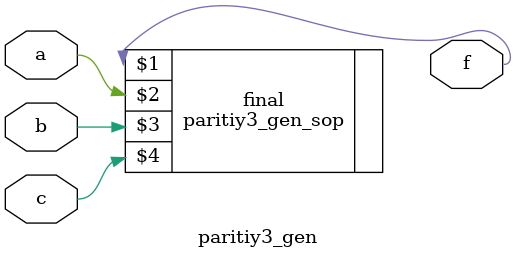
<source format=v>
/*--  *******************************************************
--  Computer Architecture Course, Laboratory Sources 
--  Amirkabir University of Technology (Tehran Polytechnic)
--  Department of Computer Engineering (CE-AUT)
--  https://ce[dot]aut[dot]ac[dot]ir
--  *******************************************************
--  All Rights reserved (C) 2019-2020
--  *******************************************************
--  Student ID  : 9831079
--  Student Name: MasihDalfardi
--  Student Mail: masihdalfardiam@aut.ac.ir
--  *******************************************************
--  Additional Comments:
--
--*/

/*-----------------------------------------------------------
---  Module Name: Paritiy Generator
---  Description: Lab 04 Part 2
-----------------------------------------------------------*/
`timescale 1 ns/1 ns

module paritiy3_gen (
	input a,
	input b,
	input c,
	output f	
);
paritiy3_gen_sop final(f, a, b, c);

endmodule

</source>
